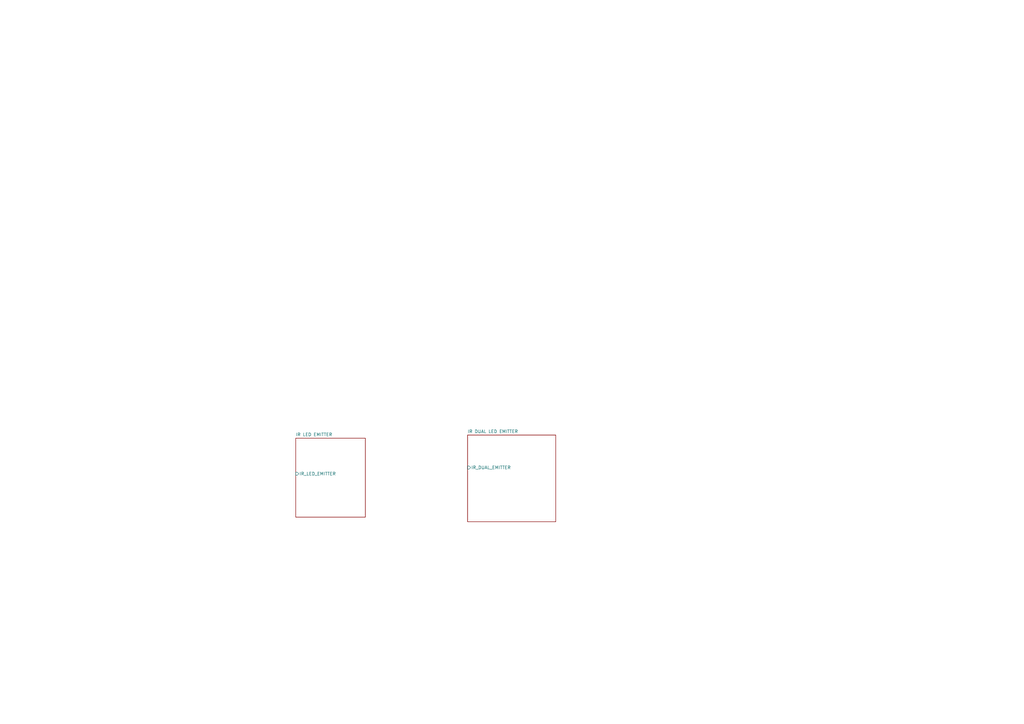
<source format=kicad_sch>
(kicad_sch
	(version 20250114)
	(generator "eeschema")
	(generator_version "9.0")
	(uuid "e453caa1-dee8-46bf-a460-facc1d716a72")
	(paper "A3")
	(title_block
		(title "Rabosa_Bot")
		(rev "1.0")
		(company "XorvaLabs")
	)
	(lib_symbols)
	(sheet
		(at 121.285 179.705)
		(size 28.575 32.385)
		(exclude_from_sim no)
		(in_bom yes)
		(on_board yes)
		(dnp no)
		(fields_autoplaced yes)
		(stroke
			(width 0.1524)
			(type solid)
		)
		(fill
			(color 0 0 0 0.0000)
		)
		(uuid "2342fe1b-76a1-4929-a61a-8d79d47ea96a")
		(property "Sheetname" "IR LED EMITTER"
			(at 121.285 178.9934 0)
			(effects
				(font
					(size 1.27 1.27)
				)
				(justify left bottom)
			)
		)
		(property "Sheetfile" "ir_led_emitter.kicad_sch"
			(at 121.285 212.6746 0)
			(effects
				(font
					(size 1.27 1.27)
				)
				(justify left top)
				(hide yes)
			)
		)
		(pin "IR_LED_EMITTER" input
			(at 121.285 194.31 180)
			(uuid "c8ed4127-2cd1-4d9a-b3b7-ff96de418748")
			(effects
				(font
					(size 1.27 1.27)
				)
				(justify left)
			)
		)
		(instances
			(project "Rabosa"
				(path "/13e49f49-407a-475a-af0d-9dd4b4e16751/af160368-4642-4249-b204-185f75de2020/3c682099-15e7-412a-b4b5-357c49c5a2b1"
					(page "15")
				)
			)
		)
	)
	(sheet
		(at 191.77 178.435)
		(size 36.195 35.56)
		(exclude_from_sim no)
		(in_bom yes)
		(on_board yes)
		(dnp no)
		(fields_autoplaced yes)
		(stroke
			(width 0.1524)
			(type solid)
		)
		(fill
			(color 0 0 0 0.0000)
		)
		(uuid "e5b2c02a-1fa1-4ea1-a20a-ca10b808a3b4")
		(property "Sheetname" "IR DUAL LED EMITTER"
			(at 191.77 177.7234 0)
			(effects
				(font
					(size 1.27 1.27)
				)
				(justify left bottom)
			)
		)
		(property "Sheetfile" "ir_dual_led_emitter.kicad_sch"
			(at 191.77 214.5796 0)
			(effects
				(font
					(size 1.27 1.27)
				)
				(justify left top)
				(hide yes)
			)
		)
		(pin "IR_DUAL_EMITTER" input
			(at 191.77 191.77 180)
			(uuid "75e8f076-ae4b-4c36-84d0-bada5d6eb0d0")
			(effects
				(font
					(size 1.27 1.27)
				)
				(justify left)
			)
		)
		(instances
			(project "Rabosa"
				(path "/13e49f49-407a-475a-af0d-9dd4b4e16751/af160368-4642-4249-b204-185f75de2020/3c682099-15e7-412a-b4b5-357c49c5a2b1"
					(page "16")
				)
			)
		)
	)
)

</source>
